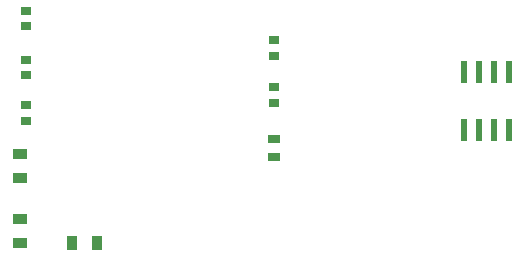
<source format=gbr>
%TF.GenerationSoftware,Altium Limited,Altium Designer,24.7.2 (38)*%
G04 Layer_Color=8421504*
%FSLAX45Y45*%
%MOMM*%
%TF.SameCoordinates,C0304756-74E1-48AD-9E84-610300F6E2F7*%
%TF.FilePolarity,Positive*%
%TF.FileFunction,Paste,Top*%
%TF.Part,Single*%
G01*
G75*
%TA.AperFunction,SMDPad,CuDef*%
%ADD10R,1.20620X0.95620*%
%ADD11R,0.85000X0.75000*%
%ADD12R,0.95620X1.20620*%
%ADD13R,0.55880X1.98120*%
%ADD14R,1.00000X0.75000*%
D10*
X-2349998Y-852498D02*
D03*
Y-647500D02*
D03*
Y-302502D02*
D03*
Y-97498D02*
D03*
D11*
X-2300000Y700001D02*
D03*
Y569999D02*
D03*
Y1115001D02*
D03*
Y984999D02*
D03*
Y314998D02*
D03*
Y185001D02*
D03*
X-200000Y735002D02*
D03*
Y864999D02*
D03*
Y335003D02*
D03*
Y465000D02*
D03*
D12*
X-1697497Y-849999D02*
D03*
X-1902501D02*
D03*
D13*
X1409502Y596379D02*
D03*
X1536502D02*
D03*
X1663502D02*
D03*
X1790502D02*
D03*
Y103619D02*
D03*
X1663502D02*
D03*
X1536502D02*
D03*
X1409502D02*
D03*
D14*
X-200000Y-125001D02*
D03*
Y25001D02*
D03*
%TF.MD5,1b55c56a1a30e959407b99cfc490bba2*%
M02*

</source>
